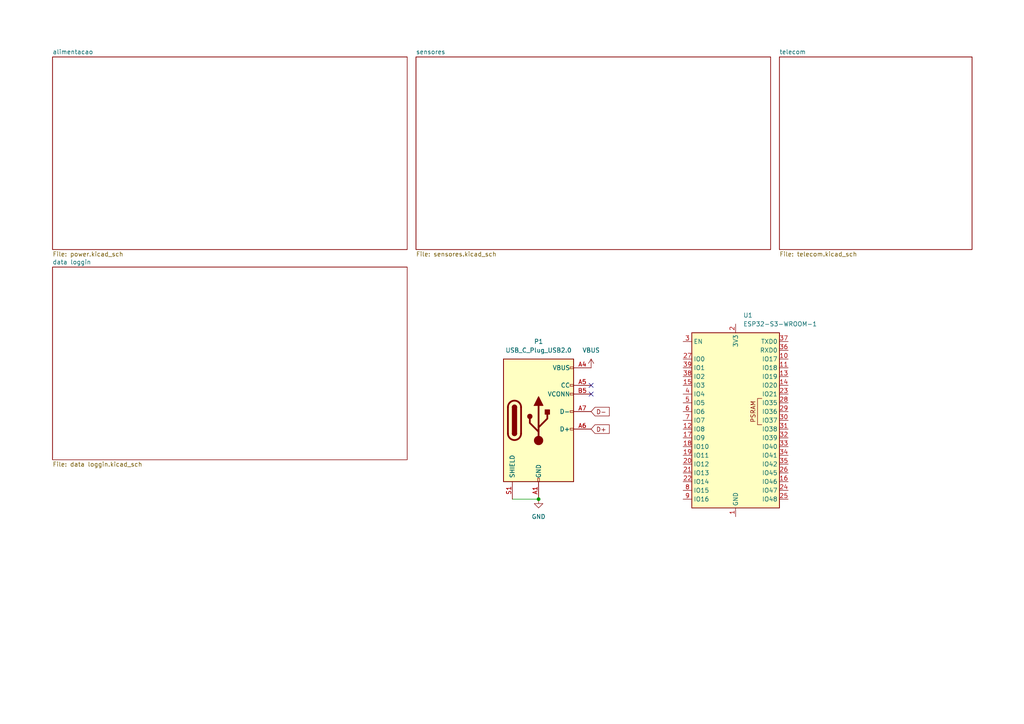
<source format=kicad_sch>
(kicad_sch (version 20231120) (generator "eeschema") (generator_version "8.0")
  (paper "A4")
  (title_block (title "Aviônica Arapaçu") (rev "João Estima") (company "Antares Foguetemodelismo") (comment 1 "última revisão tá sem a conexão dos módulos e sensores com MCU"))
  (lib_symbols
    (symbol "Connector:USB_C_Plug_USB2.0" (pin_names (offset 1.016))
      (property "Reference" "P" (at -10.16 19.05 0))
      (property "Value" "USB_C_Plug_USB2.0" (at 12.7 19.05 0))
      (symbol "USB_C_Plug_USB2.0_0_0"
        (rectangle (start -0.254 -17.78) (end 0.254 -16.764))
        (rectangle (start 10.16 -2.286) (end 9.144 -2.794))
        (rectangle (start 10.16 2.794) (end 9.144 2.286))
        (rectangle (start 10.16 7.874) (end 9.144 7.366))
        (rectangle (start 10.16 10.414) (end 9.144 9.906))
        (rectangle (start 10.16 15.494) (end 9.144 14.986))
      )
      (symbol "USB_C_Plug_USB2.0_0_1"
        (rectangle (start -10.16 17.78) (end 10.16 -17.78) (stroke (width 0.254)) (fill (type background)))
        (arc (start -8.89 -3.81) (mid -6.985 -5.7067) (end -5.08 -3.81) (stroke (width 0.508)))
        (arc (start -7.62 -3.81) (mid -6.985 -4.4423) (end -6.35 -3.81) (stroke (width 0.254)))
        (arc (start -7.62 -3.81) (mid -6.985 -4.4423) (end -6.35 -3.81) (stroke (width 0.254)) (fill (type outline)))
        (rectangle (start -7.62 -3.81) (end -6.35 3.81) (stroke (width 0.254)) (fill (type outline)))
        (arc (start -6.35 3.81) (mid -6.985 4.4423) (end -7.62 3.81) (stroke (width 0.254)))
        (arc (start -6.35 3.81) (mid -6.985 4.4423) (end -7.62 3.81) (stroke (width 0.254)) (fill (type outline)))
        (arc (start -5.08 3.81) (mid -6.985 5.7067) (end -8.89 3.81) (stroke (width 0.508)))
        (circle (center -2.54 1.143) (radius 0.635) (stroke (width 0.254)) (fill (type outline)))
        (circle (center 0 -5.842) (radius 1.27) (fill (type outline)))
        (polyline (pts (xy -8.89 -3.81) (xy -8.89 3.81)) (stroke (width 0.508)))
        (polyline (pts (xy -5.08 3.81) (xy -5.08 -3.81)) (stroke (width 0.508)))
        (polyline (pts (xy 0 -5.842) (xy 0 4.318)) (stroke (width 0.508)))
        (polyline (pts (xy 0 -3.302) (xy -2.54 -0.762) (xy -2.54 0.508)) (stroke (width 0.508)))
        (polyline (pts (xy 0 -2.032) (xy 2.54 0.508) (xy 2.54 1.778)) (stroke (width 0.508)))
        (polyline (pts (xy -1.27 4.318) (xy 0 6.858) (xy 1.27 4.318) (xy -1.27 4.318)) (stroke (width 0.254)) (fill (type outline)))
        (rectangle (start 1.905 1.778) (end 3.175 3.048) (stroke (width 0.254)) (fill (type outline)))
      )
      (symbol "USB_C_Plug_USB2.0_1_1"
        (pin passive line (at 0 -22.86 90) (length 5.08) (name "GND") (number "A1"))
        (pin passive line (at 0 -22.86 90) (length 5.08) hide (name "GND") (number "A12"))
        (pin passive line (at 15.24 15.24 180) (length 5.08) (name "VBUS") (number "A4"))
        (pin bidirectional line (at 15.24 10.16 180) (length 5.08) (name "CC") (number "A5"))
        (pin bidirectional line (at 15.24 -2.54 180) (length 5.08) (name "D+") (number "A6"))
        (pin bidirectional line (at 15.24 2.54 180) (length 5.08) (name "D-") (number "A7"))
        (pin passive line (at 15.24 15.24 180) (length 5.08) hide (name "VBUS") (number "A9"))
        (pin passive line (at 0 -22.86 90) (length 5.08) hide (name "GND") (number "B1"))
        (pin passive line (at 0 -22.86 90) (length 5.08) hide (name "GND") (number "B12"))
        (pin passive line (at 15.24 15.24 180) (length 5.08) hide (name "VBUS") (number "B4"))
        (pin bidirectional line (at 15.24 7.62 180) (length 5.08) (name "VCONN") (number "B5"))
        (pin passive line (at 15.24 15.24 180) (length 5.08) hide (name "VBUS") (number "B9"))
        (pin passive line (at -7.62 -22.86 90) (length 5.08) (name "SHIELD") (number "S1"))
      )
    )
    (symbol "RF_Module:ESP32-S3-WROOM-1"
      (property "Reference" "U" (at -12.7 26.67 0))
      (property "Value" "ESP32-S3-WROOM-1" (at 12.7 26.67 0))
      (symbol "ESP32-S3-WROOM-1_0_0"
        (rectangle (start -12.7 25.4) (end 12.7 -25.4) (stroke (width 0.254)) (fill (type background)))
        (text "PSRAM" (at 5.08 2.54 900) (effects (font (size 1.27 1.27))))
      )
      (symbol "ESP32-S3-WROOM-1_0_1"
        (polyline (pts (xy 7.62 -1.27) (xy 6.35 -1.27) (xy 6.35 6.35) (xy 7.62 6.35)))
      )
      (symbol "ESP32-S3-WROOM-1_1_1"
        (pin power_in line (at 0 -27.94 90) (length 2.54) (name "GND") (number "1"))
        (pin bidirectional line (at 15.24 17.78 180) (length 2.54) (name "IO17") (number "10"))
        (pin bidirectional line (at 15.24 15.24 180) (length 2.54) (name "IO18") (number "11"))
        (pin bidirectional line (at -15.24 -2.54 0) (length 2.54) (name "IO8") (number "12"))
        (pin bidirectional line (at 15.24 12.7 180) (length 2.54) (name "IO19") (number "13"))
        (pin bidirectional line (at 15.24 10.16 180) (length 2.54) (name "IO20") (number "14"))
        (pin bidirectional line (at -15.24 10.16 0) (length 2.54) (name "IO3") (number "15"))
        (pin bidirectional line (at 15.24 -17.78 180) (length 2.54) (name "IO46") (number "16"))
        (pin bidirectional line (at -15.24 -5.08 0) (length 2.54) (name "IO9") (number "17"))
        (pin bidirectional line (at -15.24 -7.62 0) (length 2.54) (name "IO10") (number "18"))
        (pin bidirectional line (at -15.24 -10.16 0) (length 2.54) (name "IO11") (number "19"))
        (pin power_in line (at 0 27.94 270) (length 2.54) (name "3V3") (number "2"))
        (pin bidirectional line (at -15.24 -12.7 0) (length 2.54) (name "IO12") (number "20"))
        (pin bidirectional line (at -15.24 -15.24 0) (length 2.54) (name "IO13") (number "21"))
        (pin bidirectional line (at -15.24 -17.78 0) (length 2.54) (name "IO14") (number "22"))
        (pin bidirectional line (at 15.24 7.62 180) (length 2.54) (name "IO21") (number "23"))
        (pin bidirectional line (at 15.24 -20.32 180) (length 2.54) (name "IO47") (number "24"))
        (pin bidirectional line (at 15.24 -22.86 180) (length 2.54) (name "IO48") (number "25"))
        (pin bidirectional line (at 15.24 -15.24 180) (length 2.54) (name "IO45") (number "26"))
        (pin bidirectional line (at -15.24 17.78 0) (length 2.54) (name "IO0") (number "27"))
        (pin bidirectional line (at 15.24 5.08 180) (length 2.54) (name "IO35") (number "28"))
        (pin bidirectional line (at 15.24 2.54 180) (length 2.54) (name "IO36") (number "29"))
        (pin input line (at -15.24 22.86 0) (length 2.54) (name "EN") (number "3"))
        (pin bidirectional line (at 15.24 0 180) (length 2.54) (name "IO37") (number "30"))
        (pin bidirectional line (at 15.24 -2.54 180) (length 2.54) (name "IO38") (number "31"))
        (pin bidirectional line (at 15.24 -5.08 180) (length 2.54) (name "IO39") (number "32"))
        (pin bidirectional line (at 15.24 -7.62 180) (length 2.54) (name "IO40") (number "33"))
        (pin bidirectional line (at 15.24 -10.16 180) (length 2.54) (name "IO41") (number "34"))
        (pin bidirectional line (at 15.24 -12.7 180) (length 2.54) (name "IO42") (number "35"))
        (pin bidirectional line (at 15.24 20.32 180) (length 2.54) (name "RXD0") (number "36"))
        (pin bidirectional line (at 15.24 22.86 180) (length 2.54) (name "TXD0") (number "37"))
        (pin bidirectional line (at -15.24 12.7 0) (length 2.54) (name "IO2") (number "38"))
        (pin bidirectional line (at -15.24 15.24 0) (length 2.54) (name "IO1") (number "39"))
        (pin bidirectional line (at -15.24 7.62 0) (length 2.54) (name "IO4") (number "4"))
        (pin passive line (at 0 -27.94 90) (length 2.54) hide (name "GND") (number "40"))
        (pin passive line (at 0 -27.94 90) (length 2.54) hide (name "GND") (number "41"))
        (pin bidirectional line (at -15.24 5.08 0) (length 2.54) (name "IO5") (number "5"))
        (pin bidirectional line (at -15.24 2.54 0) (length 2.54) (name "IO6") (number "6"))
        (pin bidirectional line (at -15.24 0 0) (length 2.54) (name "IO7") (number "7"))
        (pin bidirectional line (at -15.24 -20.32 0) (length 2.54) (name "IO15") (number "8"))
        (pin bidirectional line (at -15.24 -22.86 0) (length 2.54) (name "IO16") (number "9"))
      )
    )
    (symbol "power:GND" (power) (pin_numbers hide) (pin_names (offset 0) hide)
      (property "Value" "GND" (at 0 -3.81 0))
      (symbol "GND_0_1"
        (polyline (pts (xy 0 0) (xy 0 -1.27) (xy 1.27 -1.27) (xy 0 -2.54) (xy -1.27 -1.27) (xy 0 -1.27)))
      )
      (symbol "GND_1_1"
        (pin power_in line (at 0 0 270) (length 0) (name "~") (number "1"))
      )
    )
    (symbol "power:VBUS" (power) (pin_numbers hide) (pin_names (offset 0) hide)
      (property "Value" "VBUS" (at 0 3.556 0))
      (symbol "VBUS_0_1"
        (polyline (pts (xy -0.762 1.27) (xy 0 2.54)))
        (polyline (pts (xy 0 0) (xy 0 2.54)))
        (polyline (pts (xy 0 2.54) (xy 0.762 1.27)))
      )
      (symbol "VBUS_1_1"
        (pin power_in line (at 0 0 90) (length 0) (name "~") (number "1"))
      )
    )
  )
  (junction (at 156.21 144.78))
  (no_connect (at 171.45 111.76))
  (no_connect (at 171.45 114.3))
  (wire (pts (xy 148.59 144.78) (xy 156.21 144.78)))
  (global_label "D+" (shape input) (at 171.45 124.46 0) (property "Intersheetrefs" "${INTERSHEET_REFS}" (effects (hide yes))))
  (global_label "D-" (shape input) (at 171.45 119.38 0) (property "Intersheetrefs" "${INTERSHEET_REFS}" (effects (hide yes))))
  (symbol (lib_id "power:GND") (at 156.21 144.78 0) (unit 1)
    (property "Reference" "#PWR09" (effects (hide yes)))
    (property "Value" "GND" (at 156.21 149.86 0))
    (property "Description" "Power symbol creates a global label with name \"GND\" , ground" (effects (hide yes)))
  )
  (symbol (lib_id "Connector:USB_C_Plug_USB2.0") (at 156.21 121.92 0) (unit 1)
    (property "Reference" "P1" (at 156.21 99.06 0))
    (property "Value" "USB_C_Plug_USB2.0" (at 156.21 101.6 0))
    (property "Datasheet" "https://www.usb.org/sites/default/files/documents/usb_type-c.zip" (effects (hide yes)))
    (property "Description" "USB 2.0-only Type-C Plug connector" (effects (hide yes)))
  )
  (symbol (lib_id "power:VBUS") (at 171.45 106.68 0) (unit 1)
    (property "Reference" "#PWR03" (effects (hide yes)))
    (property "Value" "VBUS" (at 171.45 101.6 0))
    (property "Description" "Power symbol creates a global label with name \"VBUS\"" (effects (hide yes)))
  )
  (symbol (lib_id "RF_Module:ESP32-S3-WROOM-1") (at 213.36 121.92 0) (unit 1)
    (property "Reference" "U1" (at 215.5541 91.44 0) (effects (justify left)))
    (property "Value" "ESP32-S3-WROOM-1" (at 215.5541 93.98 0) (effects (justify left)))
    (property "Footprint" "RF_Module:ESP32-S3-WROOM-1" (effects (hide yes)))
    (property "Datasheet" "https://www.espressif.com/sites/default/files/documentation/esp32-s3-wroom-1_wroom-1u_datasheet_en.pdf" (effects (hide yes)))
    (property "Description" "RF Module, ESP32-S3 SoC, Wi-Fi 802.11b/g/n, Bluetooth, BLE, 32-bit, 3.3V, onboard antenna, SMD" (effects (hide yes)))
  )
  (sheet (at 15.24 77.47) (size 102.87 55.88) (stroke (width 0.1524))
    (property "Sheetname" "data loggin" (at 15.24 76.7584 0) (effects (justify left bottom)))
    (property "Sheetfile" "data loggin.kicad_sch" (at 15.24 133.9346 0) (effects (justify left top)))
  )
  (sheet (at 120.65 16.51) (size 102.87 55.88) (stroke (width 0.1524))
    (property "Sheetname" "sensores" (at 120.65 15.7984 0) (effects (justify left bottom)))
    (property "Sheetfile" "sensores.kicad_sch" (at 120.65 72.9746 0) (effects (justify left top)))
  )
  (sheet (at 15.24 16.51) (size 102.87 55.88) (stroke (width 0.1524))
    (property "Sheetname" "alimentacao" (at 15.24 15.7984 0) (effects (justify left bottom)))
    (property "Sheetfile" "power.kicad_sch" (at 15.24 72.9746 0) (effects (justify left top)))
  )
  (sheet (at 226.06 16.51) (size 55.88 55.88) (stroke (width 0.1524))
    (property "Sheetname" "telecom" (at 226.06 15.7984 0) (effects (justify left bottom)))
    (property "Sheetfile" "telecom.kicad_sch" (at 226.06 72.9746 0) (effects (justify left top)))
  )
)
</source>
